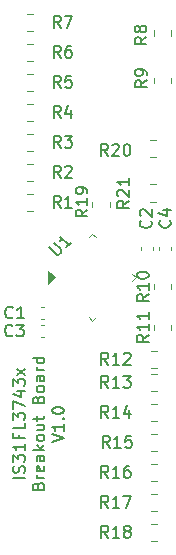
<source format=gto>
G04 #@! TF.GenerationSoftware,KiCad,Pcbnew,(5.1.10)-1*
G04 #@! TF.CreationDate,2021-11-30T10:17:24+10:00*
G04 #@! TF.ProjectId,IS31FL3743x_Breakout,49533331-464c-4333-9734-33785f427265,rev?*
G04 #@! TF.SameCoordinates,Original*
G04 #@! TF.FileFunction,Legend,Top*
G04 #@! TF.FilePolarity,Positive*
%FSLAX46Y46*%
G04 Gerber Fmt 4.6, Leading zero omitted, Abs format (unit mm)*
G04 Created by KiCad (PCBNEW (5.1.10)-1) date 2021-11-30 10:17:24*
%MOMM*%
%LPD*%
G01*
G04 APERTURE LIST*
%ADD10C,0.150000*%
%ADD11C,0.120000*%
%ADD12C,0.100000*%
%ADD13C,3.400000*%
%ADD14O,1.700000X1.700000*%
G04 APERTURE END LIST*
D10*
X94312380Y-116971428D02*
X93312380Y-116971428D01*
X94264761Y-116542857D02*
X94312380Y-116400000D01*
X94312380Y-116161904D01*
X94264761Y-116066666D01*
X94217142Y-116019047D01*
X94121904Y-115971428D01*
X94026666Y-115971428D01*
X93931428Y-116019047D01*
X93883809Y-116066666D01*
X93836190Y-116161904D01*
X93788571Y-116352380D01*
X93740952Y-116447619D01*
X93693333Y-116495238D01*
X93598095Y-116542857D01*
X93502857Y-116542857D01*
X93407619Y-116495238D01*
X93360000Y-116447619D01*
X93312380Y-116352380D01*
X93312380Y-116114285D01*
X93360000Y-115971428D01*
X93312380Y-115638095D02*
X93312380Y-115019047D01*
X93693333Y-115352380D01*
X93693333Y-115209523D01*
X93740952Y-115114285D01*
X93788571Y-115066666D01*
X93883809Y-115019047D01*
X94121904Y-115019047D01*
X94217142Y-115066666D01*
X94264761Y-115114285D01*
X94312380Y-115209523D01*
X94312380Y-115495238D01*
X94264761Y-115590476D01*
X94217142Y-115638095D01*
X94312380Y-114066666D02*
X94312380Y-114638095D01*
X94312380Y-114352380D02*
X93312380Y-114352380D01*
X93455238Y-114447619D01*
X93550476Y-114542857D01*
X93598095Y-114638095D01*
X93788571Y-113304761D02*
X93788571Y-113638095D01*
X94312380Y-113638095D02*
X93312380Y-113638095D01*
X93312380Y-113161904D01*
X94312380Y-112304761D02*
X94312380Y-112780952D01*
X93312380Y-112780952D01*
X93312380Y-112066666D02*
X93312380Y-111447619D01*
X93693333Y-111780952D01*
X93693333Y-111638095D01*
X93740952Y-111542857D01*
X93788571Y-111495238D01*
X93883809Y-111447619D01*
X94121904Y-111447619D01*
X94217142Y-111495238D01*
X94264761Y-111542857D01*
X94312380Y-111638095D01*
X94312380Y-111923809D01*
X94264761Y-112019047D01*
X94217142Y-112066666D01*
X93312380Y-111114285D02*
X93312380Y-110447619D01*
X94312380Y-110876190D01*
X93645714Y-109638095D02*
X94312380Y-109638095D01*
X93264761Y-109876190D02*
X93979047Y-110114285D01*
X93979047Y-109495238D01*
X93312380Y-109209523D02*
X93312380Y-108590476D01*
X93693333Y-108923809D01*
X93693333Y-108780952D01*
X93740952Y-108685714D01*
X93788571Y-108638095D01*
X93883809Y-108590476D01*
X94121904Y-108590476D01*
X94217142Y-108638095D01*
X94264761Y-108685714D01*
X94312380Y-108780952D01*
X94312380Y-109066666D01*
X94264761Y-109161904D01*
X94217142Y-109209523D01*
X94312380Y-108257142D02*
X93645714Y-107733333D01*
X93645714Y-108257142D02*
X94312380Y-107733333D01*
X95438571Y-117661904D02*
X95486190Y-117519047D01*
X95533809Y-117471428D01*
X95629047Y-117423809D01*
X95771904Y-117423809D01*
X95867142Y-117471428D01*
X95914761Y-117519047D01*
X95962380Y-117614285D01*
X95962380Y-117995238D01*
X94962380Y-117995238D01*
X94962380Y-117661904D01*
X95010000Y-117566666D01*
X95057619Y-117519047D01*
X95152857Y-117471428D01*
X95248095Y-117471428D01*
X95343333Y-117519047D01*
X95390952Y-117566666D01*
X95438571Y-117661904D01*
X95438571Y-117995238D01*
X95962380Y-116995238D02*
X95295714Y-116995238D01*
X95486190Y-116995238D02*
X95390952Y-116947619D01*
X95343333Y-116900000D01*
X95295714Y-116804761D01*
X95295714Y-116709523D01*
X95914761Y-115995238D02*
X95962380Y-116090476D01*
X95962380Y-116280952D01*
X95914761Y-116376190D01*
X95819523Y-116423809D01*
X95438571Y-116423809D01*
X95343333Y-116376190D01*
X95295714Y-116280952D01*
X95295714Y-116090476D01*
X95343333Y-115995238D01*
X95438571Y-115947619D01*
X95533809Y-115947619D01*
X95629047Y-116423809D01*
X95962380Y-115090476D02*
X95438571Y-115090476D01*
X95343333Y-115138095D01*
X95295714Y-115233333D01*
X95295714Y-115423809D01*
X95343333Y-115519047D01*
X95914761Y-115090476D02*
X95962380Y-115185714D01*
X95962380Y-115423809D01*
X95914761Y-115519047D01*
X95819523Y-115566666D01*
X95724285Y-115566666D01*
X95629047Y-115519047D01*
X95581428Y-115423809D01*
X95581428Y-115185714D01*
X95533809Y-115090476D01*
X95962380Y-114614285D02*
X94962380Y-114614285D01*
X95581428Y-114519047D02*
X95962380Y-114233333D01*
X95295714Y-114233333D02*
X95676666Y-114614285D01*
X95962380Y-113661904D02*
X95914761Y-113757142D01*
X95867142Y-113804761D01*
X95771904Y-113852380D01*
X95486190Y-113852380D01*
X95390952Y-113804761D01*
X95343333Y-113757142D01*
X95295714Y-113661904D01*
X95295714Y-113519047D01*
X95343333Y-113423809D01*
X95390952Y-113376190D01*
X95486190Y-113328571D01*
X95771904Y-113328571D01*
X95867142Y-113376190D01*
X95914761Y-113423809D01*
X95962380Y-113519047D01*
X95962380Y-113661904D01*
X95295714Y-112471428D02*
X95962380Y-112471428D01*
X95295714Y-112900000D02*
X95819523Y-112900000D01*
X95914761Y-112852380D01*
X95962380Y-112757142D01*
X95962380Y-112614285D01*
X95914761Y-112519047D01*
X95867142Y-112471428D01*
X95295714Y-112138095D02*
X95295714Y-111757142D01*
X94962380Y-111995238D02*
X95819523Y-111995238D01*
X95914761Y-111947619D01*
X95962380Y-111852380D01*
X95962380Y-111757142D01*
X95438571Y-110328571D02*
X95486190Y-110185714D01*
X95533809Y-110138095D01*
X95629047Y-110090476D01*
X95771904Y-110090476D01*
X95867142Y-110138095D01*
X95914761Y-110185714D01*
X95962380Y-110280952D01*
X95962380Y-110661904D01*
X94962380Y-110661904D01*
X94962380Y-110328571D01*
X95010000Y-110233333D01*
X95057619Y-110185714D01*
X95152857Y-110138095D01*
X95248095Y-110138095D01*
X95343333Y-110185714D01*
X95390952Y-110233333D01*
X95438571Y-110328571D01*
X95438571Y-110661904D01*
X95962380Y-109519047D02*
X95914761Y-109614285D01*
X95867142Y-109661904D01*
X95771904Y-109709523D01*
X95486190Y-109709523D01*
X95390952Y-109661904D01*
X95343333Y-109614285D01*
X95295714Y-109519047D01*
X95295714Y-109376190D01*
X95343333Y-109280952D01*
X95390952Y-109233333D01*
X95486190Y-109185714D01*
X95771904Y-109185714D01*
X95867142Y-109233333D01*
X95914761Y-109280952D01*
X95962380Y-109376190D01*
X95962380Y-109519047D01*
X95962380Y-108328571D02*
X95438571Y-108328571D01*
X95343333Y-108376190D01*
X95295714Y-108471428D01*
X95295714Y-108661904D01*
X95343333Y-108757142D01*
X95914761Y-108328571D02*
X95962380Y-108423809D01*
X95962380Y-108661904D01*
X95914761Y-108757142D01*
X95819523Y-108804761D01*
X95724285Y-108804761D01*
X95629047Y-108757142D01*
X95581428Y-108661904D01*
X95581428Y-108423809D01*
X95533809Y-108328571D01*
X95962380Y-107852380D02*
X95295714Y-107852380D01*
X95486190Y-107852380D02*
X95390952Y-107804761D01*
X95343333Y-107757142D01*
X95295714Y-107661904D01*
X95295714Y-107566666D01*
X95962380Y-106804761D02*
X94962380Y-106804761D01*
X95914761Y-106804761D02*
X95962380Y-106900000D01*
X95962380Y-107090476D01*
X95914761Y-107185714D01*
X95867142Y-107233333D01*
X95771904Y-107280952D01*
X95486190Y-107280952D01*
X95390952Y-107233333D01*
X95343333Y-107185714D01*
X95295714Y-107090476D01*
X95295714Y-106900000D01*
X95343333Y-106804761D01*
X96612380Y-113923809D02*
X97612380Y-113590476D01*
X96612380Y-113257142D01*
X97612380Y-112400000D02*
X97612380Y-112971428D01*
X97612380Y-112685714D02*
X96612380Y-112685714D01*
X96755238Y-112780952D01*
X96850476Y-112876190D01*
X96898095Y-112971428D01*
X97517142Y-111971428D02*
X97564761Y-111923809D01*
X97612380Y-111971428D01*
X97564761Y-112019047D01*
X97517142Y-111971428D01*
X97612380Y-111971428D01*
X96612380Y-111304761D02*
X96612380Y-111209523D01*
X96660000Y-111114285D01*
X96707619Y-111066666D01*
X96802857Y-111019047D01*
X96993333Y-110971428D01*
X97231428Y-110971428D01*
X97421904Y-111019047D01*
X97517142Y-111066666D01*
X97564761Y-111114285D01*
X97612380Y-111209523D01*
X97612380Y-111304761D01*
X97564761Y-111400000D01*
X97517142Y-111447619D01*
X97421904Y-111495238D01*
X97231428Y-111542857D01*
X96993333Y-111542857D01*
X96802857Y-111495238D01*
X96707619Y-111447619D01*
X96660000Y-111400000D01*
X96612380Y-111304761D01*
D11*
X103691097Y-100000000D02*
X103390577Y-99699480D01*
X103390577Y-100300520D02*
X103691097Y-100000000D01*
X100000000Y-103691097D02*
X99699480Y-103390577D01*
X100300520Y-103390577D02*
X100000000Y-103691097D01*
X100000000Y-96308903D02*
X100300520Y-96609423D01*
X99699480Y-96609423D02*
X100000000Y-96308903D01*
D12*
G36*
X96874588Y-100000000D02*
G01*
X96308903Y-100565685D01*
X96308903Y-99434315D01*
X96874588Y-100000000D01*
G37*
X96874588Y-100000000D02*
X96308903Y-100565685D01*
X96308903Y-99434315D01*
X96874588Y-100000000D01*
D11*
X105377064Y-93605000D02*
X104922936Y-93605000D01*
X105377064Y-92135000D02*
X104922936Y-92135000D01*
X105377064Y-89835000D02*
X104922936Y-89835000D01*
X105377064Y-88365000D02*
X104922936Y-88365000D01*
X101495000Y-93612936D02*
X101495000Y-94067064D01*
X100025000Y-93612936D02*
X100025000Y-94067064D01*
X105477064Y-122325000D02*
X105022936Y-122325000D01*
X105477064Y-120855000D02*
X105022936Y-120855000D01*
X105477064Y-119785000D02*
X105022936Y-119785000D01*
X105477064Y-118315000D02*
X105022936Y-118315000D01*
X105477064Y-117245000D02*
X105022936Y-117245000D01*
X105477064Y-115775000D02*
X105022936Y-115775000D01*
X105477064Y-114705000D02*
X105022936Y-114705000D01*
X105477064Y-113235000D02*
X105022936Y-113235000D01*
X105477064Y-112165000D02*
X105022936Y-112165000D01*
X105477064Y-110695000D02*
X105022936Y-110695000D01*
X105477064Y-109635000D02*
X105022936Y-109635000D01*
X105477064Y-108165000D02*
X105022936Y-108165000D01*
X105477064Y-107665000D02*
X105022936Y-107665000D01*
X105477064Y-106195000D02*
X105022936Y-106195000D01*
X105245000Y-104457064D02*
X105245000Y-104002936D01*
X106715000Y-104457064D02*
X106715000Y-104002936D01*
X105245000Y-101017064D02*
X105245000Y-100562936D01*
X106715000Y-101017064D02*
X106715000Y-100562936D01*
X106715000Y-83112936D02*
X106715000Y-83567064D01*
X105245000Y-83112936D02*
X105245000Y-83567064D01*
X106715000Y-79092936D02*
X106715000Y-79547064D01*
X105245000Y-79092936D02*
X105245000Y-79547064D01*
X94522936Y-77675000D02*
X94977064Y-77675000D01*
X94522936Y-79145000D02*
X94977064Y-79145000D01*
X94522936Y-80215000D02*
X94977064Y-80215000D01*
X94522936Y-81685000D02*
X94977064Y-81685000D01*
X94522936Y-82755000D02*
X94977064Y-82755000D01*
X94522936Y-84225000D02*
X94977064Y-84225000D01*
X94522936Y-85295000D02*
X94977064Y-85295000D01*
X94522936Y-86765000D02*
X94977064Y-86765000D01*
X94522936Y-87835000D02*
X94977064Y-87835000D01*
X94522936Y-89305000D02*
X94977064Y-89305000D01*
X94522936Y-90375000D02*
X94977064Y-90375000D01*
X94522936Y-91845000D02*
X94977064Y-91845000D01*
X94522936Y-92915000D02*
X94977064Y-92915000D01*
X94522936Y-94385000D02*
X94977064Y-94385000D01*
X105640000Y-97680580D02*
X105640000Y-97399420D01*
X106660000Y-97680580D02*
X106660000Y-97399420D01*
X95970580Y-105060000D02*
X95689420Y-105060000D01*
X95970580Y-104040000D02*
X95689420Y-104040000D01*
X104110000Y-97670580D02*
X104110000Y-97389420D01*
X105130000Y-97670580D02*
X105130000Y-97389420D01*
X95970580Y-103530000D02*
X95689420Y-103530000D01*
X95970580Y-102510000D02*
X95689420Y-102510000D01*
D10*
X96387020Y-97464516D02*
X96959440Y-98036936D01*
X97060455Y-98070608D01*
X97127799Y-98070608D01*
X97228814Y-98036936D01*
X97363501Y-97902249D01*
X97397173Y-97801234D01*
X97397173Y-97733890D01*
X97363501Y-97632875D01*
X96791081Y-97060455D01*
X98205295Y-97060455D02*
X97801234Y-97464516D01*
X98003264Y-97262486D02*
X97296158Y-96555379D01*
X97329829Y-96723738D01*
X97329829Y-96858425D01*
X97296158Y-96959440D01*
X103132380Y-93522857D02*
X102656190Y-93856190D01*
X103132380Y-94094285D02*
X102132380Y-94094285D01*
X102132380Y-93713333D01*
X102180000Y-93618095D01*
X102227619Y-93570476D01*
X102322857Y-93522857D01*
X102465714Y-93522857D01*
X102560952Y-93570476D01*
X102608571Y-93618095D01*
X102656190Y-93713333D01*
X102656190Y-94094285D01*
X102227619Y-93141904D02*
X102180000Y-93094285D01*
X102132380Y-92999047D01*
X102132380Y-92760952D01*
X102180000Y-92665714D01*
X102227619Y-92618095D01*
X102322857Y-92570476D01*
X102418095Y-92570476D01*
X102560952Y-92618095D01*
X103132380Y-93189523D01*
X103132380Y-92570476D01*
X103132380Y-91618095D02*
X103132380Y-92189523D01*
X103132380Y-91903809D02*
X102132380Y-91903809D01*
X102275238Y-91999047D01*
X102370476Y-92094285D01*
X102418095Y-92189523D01*
X101327142Y-89712380D02*
X100993809Y-89236190D01*
X100755714Y-89712380D02*
X100755714Y-88712380D01*
X101136666Y-88712380D01*
X101231904Y-88760000D01*
X101279523Y-88807619D01*
X101327142Y-88902857D01*
X101327142Y-89045714D01*
X101279523Y-89140952D01*
X101231904Y-89188571D01*
X101136666Y-89236190D01*
X100755714Y-89236190D01*
X101708095Y-88807619D02*
X101755714Y-88760000D01*
X101850952Y-88712380D01*
X102089047Y-88712380D01*
X102184285Y-88760000D01*
X102231904Y-88807619D01*
X102279523Y-88902857D01*
X102279523Y-88998095D01*
X102231904Y-89140952D01*
X101660476Y-89712380D01*
X102279523Y-89712380D01*
X102898571Y-88712380D02*
X102993809Y-88712380D01*
X103089047Y-88760000D01*
X103136666Y-88807619D01*
X103184285Y-88902857D01*
X103231904Y-89093333D01*
X103231904Y-89331428D01*
X103184285Y-89521904D01*
X103136666Y-89617142D01*
X103089047Y-89664761D01*
X102993809Y-89712380D01*
X102898571Y-89712380D01*
X102803333Y-89664761D01*
X102755714Y-89617142D01*
X102708095Y-89521904D01*
X102660476Y-89331428D01*
X102660476Y-89093333D01*
X102708095Y-88902857D01*
X102755714Y-88807619D01*
X102803333Y-88760000D01*
X102898571Y-88712380D01*
X99602380Y-94272857D02*
X99126190Y-94606190D01*
X99602380Y-94844285D02*
X98602380Y-94844285D01*
X98602380Y-94463333D01*
X98650000Y-94368095D01*
X98697619Y-94320476D01*
X98792857Y-94272857D01*
X98935714Y-94272857D01*
X99030952Y-94320476D01*
X99078571Y-94368095D01*
X99126190Y-94463333D01*
X99126190Y-94844285D01*
X99602380Y-93320476D02*
X99602380Y-93891904D01*
X99602380Y-93606190D02*
X98602380Y-93606190D01*
X98745238Y-93701428D01*
X98840476Y-93796666D01*
X98888095Y-93891904D01*
X99602380Y-92844285D02*
X99602380Y-92653809D01*
X99554761Y-92558571D01*
X99507142Y-92510952D01*
X99364285Y-92415714D01*
X99173809Y-92368095D01*
X98792857Y-92368095D01*
X98697619Y-92415714D01*
X98650000Y-92463333D01*
X98602380Y-92558571D01*
X98602380Y-92749047D01*
X98650000Y-92844285D01*
X98697619Y-92891904D01*
X98792857Y-92939523D01*
X99030952Y-92939523D01*
X99126190Y-92891904D01*
X99173809Y-92844285D01*
X99221428Y-92749047D01*
X99221428Y-92558571D01*
X99173809Y-92463333D01*
X99126190Y-92415714D01*
X99030952Y-92368095D01*
X101357142Y-122042380D02*
X101023809Y-121566190D01*
X100785714Y-122042380D02*
X100785714Y-121042380D01*
X101166666Y-121042380D01*
X101261904Y-121090000D01*
X101309523Y-121137619D01*
X101357142Y-121232857D01*
X101357142Y-121375714D01*
X101309523Y-121470952D01*
X101261904Y-121518571D01*
X101166666Y-121566190D01*
X100785714Y-121566190D01*
X102309523Y-122042380D02*
X101738095Y-122042380D01*
X102023809Y-122042380D02*
X102023809Y-121042380D01*
X101928571Y-121185238D01*
X101833333Y-121280476D01*
X101738095Y-121328095D01*
X102880952Y-121470952D02*
X102785714Y-121423333D01*
X102738095Y-121375714D01*
X102690476Y-121280476D01*
X102690476Y-121232857D01*
X102738095Y-121137619D01*
X102785714Y-121090000D01*
X102880952Y-121042380D01*
X103071428Y-121042380D01*
X103166666Y-121090000D01*
X103214285Y-121137619D01*
X103261904Y-121232857D01*
X103261904Y-121280476D01*
X103214285Y-121375714D01*
X103166666Y-121423333D01*
X103071428Y-121470952D01*
X102880952Y-121470952D01*
X102785714Y-121518571D01*
X102738095Y-121566190D01*
X102690476Y-121661428D01*
X102690476Y-121851904D01*
X102738095Y-121947142D01*
X102785714Y-121994761D01*
X102880952Y-122042380D01*
X103071428Y-122042380D01*
X103166666Y-121994761D01*
X103214285Y-121947142D01*
X103261904Y-121851904D01*
X103261904Y-121661428D01*
X103214285Y-121566190D01*
X103166666Y-121518571D01*
X103071428Y-121470952D01*
X101357142Y-119502380D02*
X101023809Y-119026190D01*
X100785714Y-119502380D02*
X100785714Y-118502380D01*
X101166666Y-118502380D01*
X101261904Y-118550000D01*
X101309523Y-118597619D01*
X101357142Y-118692857D01*
X101357142Y-118835714D01*
X101309523Y-118930952D01*
X101261904Y-118978571D01*
X101166666Y-119026190D01*
X100785714Y-119026190D01*
X102309523Y-119502380D02*
X101738095Y-119502380D01*
X102023809Y-119502380D02*
X102023809Y-118502380D01*
X101928571Y-118645238D01*
X101833333Y-118740476D01*
X101738095Y-118788095D01*
X102642857Y-118502380D02*
X103309523Y-118502380D01*
X102880952Y-119502380D01*
X101357142Y-116962380D02*
X101023809Y-116486190D01*
X100785714Y-116962380D02*
X100785714Y-115962380D01*
X101166666Y-115962380D01*
X101261904Y-116010000D01*
X101309523Y-116057619D01*
X101357142Y-116152857D01*
X101357142Y-116295714D01*
X101309523Y-116390952D01*
X101261904Y-116438571D01*
X101166666Y-116486190D01*
X100785714Y-116486190D01*
X102309523Y-116962380D02*
X101738095Y-116962380D01*
X102023809Y-116962380D02*
X102023809Y-115962380D01*
X101928571Y-116105238D01*
X101833333Y-116200476D01*
X101738095Y-116248095D01*
X103166666Y-115962380D02*
X102976190Y-115962380D01*
X102880952Y-116010000D01*
X102833333Y-116057619D01*
X102738095Y-116200476D01*
X102690476Y-116390952D01*
X102690476Y-116771904D01*
X102738095Y-116867142D01*
X102785714Y-116914761D01*
X102880952Y-116962380D01*
X103071428Y-116962380D01*
X103166666Y-116914761D01*
X103214285Y-116867142D01*
X103261904Y-116771904D01*
X103261904Y-116533809D01*
X103214285Y-116438571D01*
X103166666Y-116390952D01*
X103071428Y-116343333D01*
X102880952Y-116343333D01*
X102785714Y-116390952D01*
X102738095Y-116438571D01*
X102690476Y-116533809D01*
X101477142Y-114422380D02*
X101143809Y-113946190D01*
X100905714Y-114422380D02*
X100905714Y-113422380D01*
X101286666Y-113422380D01*
X101381904Y-113470000D01*
X101429523Y-113517619D01*
X101477142Y-113612857D01*
X101477142Y-113755714D01*
X101429523Y-113850952D01*
X101381904Y-113898571D01*
X101286666Y-113946190D01*
X100905714Y-113946190D01*
X102429523Y-114422380D02*
X101858095Y-114422380D01*
X102143809Y-114422380D02*
X102143809Y-113422380D01*
X102048571Y-113565238D01*
X101953333Y-113660476D01*
X101858095Y-113708095D01*
X103334285Y-113422380D02*
X102858095Y-113422380D01*
X102810476Y-113898571D01*
X102858095Y-113850952D01*
X102953333Y-113803333D01*
X103191428Y-113803333D01*
X103286666Y-113850952D01*
X103334285Y-113898571D01*
X103381904Y-113993809D01*
X103381904Y-114231904D01*
X103334285Y-114327142D01*
X103286666Y-114374761D01*
X103191428Y-114422380D01*
X102953333Y-114422380D01*
X102858095Y-114374761D01*
X102810476Y-114327142D01*
X101357142Y-111882380D02*
X101023809Y-111406190D01*
X100785714Y-111882380D02*
X100785714Y-110882380D01*
X101166666Y-110882380D01*
X101261904Y-110930000D01*
X101309523Y-110977619D01*
X101357142Y-111072857D01*
X101357142Y-111215714D01*
X101309523Y-111310952D01*
X101261904Y-111358571D01*
X101166666Y-111406190D01*
X100785714Y-111406190D01*
X102309523Y-111882380D02*
X101738095Y-111882380D01*
X102023809Y-111882380D02*
X102023809Y-110882380D01*
X101928571Y-111025238D01*
X101833333Y-111120476D01*
X101738095Y-111168095D01*
X103166666Y-111215714D02*
X103166666Y-111882380D01*
X102928571Y-110834761D02*
X102690476Y-111549047D01*
X103309523Y-111549047D01*
X101357142Y-109342380D02*
X101023809Y-108866190D01*
X100785714Y-109342380D02*
X100785714Y-108342380D01*
X101166666Y-108342380D01*
X101261904Y-108390000D01*
X101309523Y-108437619D01*
X101357142Y-108532857D01*
X101357142Y-108675714D01*
X101309523Y-108770952D01*
X101261904Y-108818571D01*
X101166666Y-108866190D01*
X100785714Y-108866190D01*
X102309523Y-109342380D02*
X101738095Y-109342380D01*
X102023809Y-109342380D02*
X102023809Y-108342380D01*
X101928571Y-108485238D01*
X101833333Y-108580476D01*
X101738095Y-108628095D01*
X102642857Y-108342380D02*
X103261904Y-108342380D01*
X102928571Y-108723333D01*
X103071428Y-108723333D01*
X103166666Y-108770952D01*
X103214285Y-108818571D01*
X103261904Y-108913809D01*
X103261904Y-109151904D01*
X103214285Y-109247142D01*
X103166666Y-109294761D01*
X103071428Y-109342380D01*
X102785714Y-109342380D01*
X102690476Y-109294761D01*
X102642857Y-109247142D01*
X101357142Y-107382380D02*
X101023809Y-106906190D01*
X100785714Y-107382380D02*
X100785714Y-106382380D01*
X101166666Y-106382380D01*
X101261904Y-106430000D01*
X101309523Y-106477619D01*
X101357142Y-106572857D01*
X101357142Y-106715714D01*
X101309523Y-106810952D01*
X101261904Y-106858571D01*
X101166666Y-106906190D01*
X100785714Y-106906190D01*
X102309523Y-107382380D02*
X101738095Y-107382380D01*
X102023809Y-107382380D02*
X102023809Y-106382380D01*
X101928571Y-106525238D01*
X101833333Y-106620476D01*
X101738095Y-106668095D01*
X102690476Y-106477619D02*
X102738095Y-106430000D01*
X102833333Y-106382380D01*
X103071428Y-106382380D01*
X103166666Y-106430000D01*
X103214285Y-106477619D01*
X103261904Y-106572857D01*
X103261904Y-106668095D01*
X103214285Y-106810952D01*
X102642857Y-107382380D01*
X103261904Y-107382380D01*
X104782380Y-104872857D02*
X104306190Y-105206190D01*
X104782380Y-105444285D02*
X103782380Y-105444285D01*
X103782380Y-105063333D01*
X103830000Y-104968095D01*
X103877619Y-104920476D01*
X103972857Y-104872857D01*
X104115714Y-104872857D01*
X104210952Y-104920476D01*
X104258571Y-104968095D01*
X104306190Y-105063333D01*
X104306190Y-105444285D01*
X104782380Y-103920476D02*
X104782380Y-104491904D01*
X104782380Y-104206190D02*
X103782380Y-104206190D01*
X103925238Y-104301428D01*
X104020476Y-104396666D01*
X104068095Y-104491904D01*
X104782380Y-102968095D02*
X104782380Y-103539523D01*
X104782380Y-103253809D02*
X103782380Y-103253809D01*
X103925238Y-103349047D01*
X104020476Y-103444285D01*
X104068095Y-103539523D01*
X104782380Y-101432857D02*
X104306190Y-101766190D01*
X104782380Y-102004285D02*
X103782380Y-102004285D01*
X103782380Y-101623333D01*
X103830000Y-101528095D01*
X103877619Y-101480476D01*
X103972857Y-101432857D01*
X104115714Y-101432857D01*
X104210952Y-101480476D01*
X104258571Y-101528095D01*
X104306190Y-101623333D01*
X104306190Y-102004285D01*
X104782380Y-100480476D02*
X104782380Y-101051904D01*
X104782380Y-100766190D02*
X103782380Y-100766190D01*
X103925238Y-100861428D01*
X104020476Y-100956666D01*
X104068095Y-101051904D01*
X103782380Y-99861428D02*
X103782380Y-99766190D01*
X103830000Y-99670952D01*
X103877619Y-99623333D01*
X103972857Y-99575714D01*
X104163333Y-99528095D01*
X104401428Y-99528095D01*
X104591904Y-99575714D01*
X104687142Y-99623333D01*
X104734761Y-99670952D01*
X104782380Y-99766190D01*
X104782380Y-99861428D01*
X104734761Y-99956666D01*
X104687142Y-100004285D01*
X104591904Y-100051904D01*
X104401428Y-100099523D01*
X104163333Y-100099523D01*
X103972857Y-100051904D01*
X103877619Y-100004285D01*
X103830000Y-99956666D01*
X103782380Y-99861428D01*
X104652380Y-83326666D02*
X104176190Y-83660000D01*
X104652380Y-83898095D02*
X103652380Y-83898095D01*
X103652380Y-83517142D01*
X103700000Y-83421904D01*
X103747619Y-83374285D01*
X103842857Y-83326666D01*
X103985714Y-83326666D01*
X104080952Y-83374285D01*
X104128571Y-83421904D01*
X104176190Y-83517142D01*
X104176190Y-83898095D01*
X104652380Y-82850476D02*
X104652380Y-82660000D01*
X104604761Y-82564761D01*
X104557142Y-82517142D01*
X104414285Y-82421904D01*
X104223809Y-82374285D01*
X103842857Y-82374285D01*
X103747619Y-82421904D01*
X103700000Y-82469523D01*
X103652380Y-82564761D01*
X103652380Y-82755238D01*
X103700000Y-82850476D01*
X103747619Y-82898095D01*
X103842857Y-82945714D01*
X104080952Y-82945714D01*
X104176190Y-82898095D01*
X104223809Y-82850476D01*
X104271428Y-82755238D01*
X104271428Y-82564761D01*
X104223809Y-82469523D01*
X104176190Y-82421904D01*
X104080952Y-82374285D01*
X104592380Y-79646666D02*
X104116190Y-79980000D01*
X104592380Y-80218095D02*
X103592380Y-80218095D01*
X103592380Y-79837142D01*
X103640000Y-79741904D01*
X103687619Y-79694285D01*
X103782857Y-79646666D01*
X103925714Y-79646666D01*
X104020952Y-79694285D01*
X104068571Y-79741904D01*
X104116190Y-79837142D01*
X104116190Y-80218095D01*
X104020952Y-79075238D02*
X103973333Y-79170476D01*
X103925714Y-79218095D01*
X103830476Y-79265714D01*
X103782857Y-79265714D01*
X103687619Y-79218095D01*
X103640000Y-79170476D01*
X103592380Y-79075238D01*
X103592380Y-78884761D01*
X103640000Y-78789523D01*
X103687619Y-78741904D01*
X103782857Y-78694285D01*
X103830476Y-78694285D01*
X103925714Y-78741904D01*
X103973333Y-78789523D01*
X104020952Y-78884761D01*
X104020952Y-79075238D01*
X104068571Y-79170476D01*
X104116190Y-79218095D01*
X104211428Y-79265714D01*
X104401904Y-79265714D01*
X104497142Y-79218095D01*
X104544761Y-79170476D01*
X104592380Y-79075238D01*
X104592380Y-78884761D01*
X104544761Y-78789523D01*
X104497142Y-78741904D01*
X104401904Y-78694285D01*
X104211428Y-78694285D01*
X104116190Y-78741904D01*
X104068571Y-78789523D01*
X104020952Y-78884761D01*
X97333333Y-78862380D02*
X97000000Y-78386190D01*
X96761904Y-78862380D02*
X96761904Y-77862380D01*
X97142857Y-77862380D01*
X97238095Y-77910000D01*
X97285714Y-77957619D01*
X97333333Y-78052857D01*
X97333333Y-78195714D01*
X97285714Y-78290952D01*
X97238095Y-78338571D01*
X97142857Y-78386190D01*
X96761904Y-78386190D01*
X97666666Y-77862380D02*
X98333333Y-77862380D01*
X97904761Y-78862380D01*
X97333333Y-81402380D02*
X97000000Y-80926190D01*
X96761904Y-81402380D02*
X96761904Y-80402380D01*
X97142857Y-80402380D01*
X97238095Y-80450000D01*
X97285714Y-80497619D01*
X97333333Y-80592857D01*
X97333333Y-80735714D01*
X97285714Y-80830952D01*
X97238095Y-80878571D01*
X97142857Y-80926190D01*
X96761904Y-80926190D01*
X98190476Y-80402380D02*
X98000000Y-80402380D01*
X97904761Y-80450000D01*
X97857142Y-80497619D01*
X97761904Y-80640476D01*
X97714285Y-80830952D01*
X97714285Y-81211904D01*
X97761904Y-81307142D01*
X97809523Y-81354761D01*
X97904761Y-81402380D01*
X98095238Y-81402380D01*
X98190476Y-81354761D01*
X98238095Y-81307142D01*
X98285714Y-81211904D01*
X98285714Y-80973809D01*
X98238095Y-80878571D01*
X98190476Y-80830952D01*
X98095238Y-80783333D01*
X97904761Y-80783333D01*
X97809523Y-80830952D01*
X97761904Y-80878571D01*
X97714285Y-80973809D01*
X97333333Y-83942380D02*
X97000000Y-83466190D01*
X96761904Y-83942380D02*
X96761904Y-82942380D01*
X97142857Y-82942380D01*
X97238095Y-82990000D01*
X97285714Y-83037619D01*
X97333333Y-83132857D01*
X97333333Y-83275714D01*
X97285714Y-83370952D01*
X97238095Y-83418571D01*
X97142857Y-83466190D01*
X96761904Y-83466190D01*
X98238095Y-82942380D02*
X97761904Y-82942380D01*
X97714285Y-83418571D01*
X97761904Y-83370952D01*
X97857142Y-83323333D01*
X98095238Y-83323333D01*
X98190476Y-83370952D01*
X98238095Y-83418571D01*
X98285714Y-83513809D01*
X98285714Y-83751904D01*
X98238095Y-83847142D01*
X98190476Y-83894761D01*
X98095238Y-83942380D01*
X97857142Y-83942380D01*
X97761904Y-83894761D01*
X97714285Y-83847142D01*
X97333333Y-86482380D02*
X97000000Y-86006190D01*
X96761904Y-86482380D02*
X96761904Y-85482380D01*
X97142857Y-85482380D01*
X97238095Y-85530000D01*
X97285714Y-85577619D01*
X97333333Y-85672857D01*
X97333333Y-85815714D01*
X97285714Y-85910952D01*
X97238095Y-85958571D01*
X97142857Y-86006190D01*
X96761904Y-86006190D01*
X98190476Y-85815714D02*
X98190476Y-86482380D01*
X97952380Y-85434761D02*
X97714285Y-86149047D01*
X98333333Y-86149047D01*
X97333333Y-89022380D02*
X97000000Y-88546190D01*
X96761904Y-89022380D02*
X96761904Y-88022380D01*
X97142857Y-88022380D01*
X97238095Y-88070000D01*
X97285714Y-88117619D01*
X97333333Y-88212857D01*
X97333333Y-88355714D01*
X97285714Y-88450952D01*
X97238095Y-88498571D01*
X97142857Y-88546190D01*
X96761904Y-88546190D01*
X97666666Y-88022380D02*
X98285714Y-88022380D01*
X97952380Y-88403333D01*
X98095238Y-88403333D01*
X98190476Y-88450952D01*
X98238095Y-88498571D01*
X98285714Y-88593809D01*
X98285714Y-88831904D01*
X98238095Y-88927142D01*
X98190476Y-88974761D01*
X98095238Y-89022380D01*
X97809523Y-89022380D01*
X97714285Y-88974761D01*
X97666666Y-88927142D01*
X97333333Y-91562380D02*
X97000000Y-91086190D01*
X96761904Y-91562380D02*
X96761904Y-90562380D01*
X97142857Y-90562380D01*
X97238095Y-90610000D01*
X97285714Y-90657619D01*
X97333333Y-90752857D01*
X97333333Y-90895714D01*
X97285714Y-90990952D01*
X97238095Y-91038571D01*
X97142857Y-91086190D01*
X96761904Y-91086190D01*
X97714285Y-90657619D02*
X97761904Y-90610000D01*
X97857142Y-90562380D01*
X98095238Y-90562380D01*
X98190476Y-90610000D01*
X98238095Y-90657619D01*
X98285714Y-90752857D01*
X98285714Y-90848095D01*
X98238095Y-90990952D01*
X97666666Y-91562380D01*
X98285714Y-91562380D01*
X97333333Y-94102380D02*
X97000000Y-93626190D01*
X96761904Y-94102380D02*
X96761904Y-93102380D01*
X97142857Y-93102380D01*
X97238095Y-93150000D01*
X97285714Y-93197619D01*
X97333333Y-93292857D01*
X97333333Y-93435714D01*
X97285714Y-93530952D01*
X97238095Y-93578571D01*
X97142857Y-93626190D01*
X96761904Y-93626190D01*
X98285714Y-94102380D02*
X97714285Y-94102380D01*
X98000000Y-94102380D02*
X98000000Y-93102380D01*
X97904761Y-93245238D01*
X97809523Y-93340476D01*
X97714285Y-93388095D01*
X106567142Y-95166666D02*
X106614761Y-95214285D01*
X106662380Y-95357142D01*
X106662380Y-95452380D01*
X106614761Y-95595238D01*
X106519523Y-95690476D01*
X106424285Y-95738095D01*
X106233809Y-95785714D01*
X106090952Y-95785714D01*
X105900476Y-95738095D01*
X105805238Y-95690476D01*
X105710000Y-95595238D01*
X105662380Y-95452380D01*
X105662380Y-95357142D01*
X105710000Y-95214285D01*
X105757619Y-95166666D01*
X105995714Y-94309523D02*
X106662380Y-94309523D01*
X105614761Y-94547619D02*
X106329047Y-94785714D01*
X106329047Y-94166666D01*
X93253333Y-104907142D02*
X93205714Y-104954761D01*
X93062857Y-105002380D01*
X92967619Y-105002380D01*
X92824761Y-104954761D01*
X92729523Y-104859523D01*
X92681904Y-104764285D01*
X92634285Y-104573809D01*
X92634285Y-104430952D01*
X92681904Y-104240476D01*
X92729523Y-104145238D01*
X92824761Y-104050000D01*
X92967619Y-104002380D01*
X93062857Y-104002380D01*
X93205714Y-104050000D01*
X93253333Y-104097619D01*
X93586666Y-104002380D02*
X94205714Y-104002380D01*
X93872380Y-104383333D01*
X94015238Y-104383333D01*
X94110476Y-104430952D01*
X94158095Y-104478571D01*
X94205714Y-104573809D01*
X94205714Y-104811904D01*
X94158095Y-104907142D01*
X94110476Y-104954761D01*
X94015238Y-105002380D01*
X93729523Y-105002380D01*
X93634285Y-104954761D01*
X93586666Y-104907142D01*
X104947142Y-95186666D02*
X104994761Y-95234285D01*
X105042380Y-95377142D01*
X105042380Y-95472380D01*
X104994761Y-95615238D01*
X104899523Y-95710476D01*
X104804285Y-95758095D01*
X104613809Y-95805714D01*
X104470952Y-95805714D01*
X104280476Y-95758095D01*
X104185238Y-95710476D01*
X104090000Y-95615238D01*
X104042380Y-95472380D01*
X104042380Y-95377142D01*
X104090000Y-95234285D01*
X104137619Y-95186666D01*
X104137619Y-94805714D02*
X104090000Y-94758095D01*
X104042380Y-94662857D01*
X104042380Y-94424761D01*
X104090000Y-94329523D01*
X104137619Y-94281904D01*
X104232857Y-94234285D01*
X104328095Y-94234285D01*
X104470952Y-94281904D01*
X105042380Y-94853333D01*
X105042380Y-94234285D01*
X93273333Y-103377142D02*
X93225714Y-103424761D01*
X93082857Y-103472380D01*
X92987619Y-103472380D01*
X92844761Y-103424761D01*
X92749523Y-103329523D01*
X92701904Y-103234285D01*
X92654285Y-103043809D01*
X92654285Y-102900952D01*
X92701904Y-102710476D01*
X92749523Y-102615238D01*
X92844761Y-102520000D01*
X92987619Y-102472380D01*
X93082857Y-102472380D01*
X93225714Y-102520000D01*
X93273333Y-102567619D01*
X94225714Y-103472380D02*
X93654285Y-103472380D01*
X93940000Y-103472380D02*
X93940000Y-102472380D01*
X93844761Y-102615238D01*
X93749523Y-102710476D01*
X93654285Y-102758095D01*
%LPC*%
D13*
X98000000Y-119000000D03*
X101000000Y-81000000D03*
D14*
X108890000Y-121590000D03*
X108890000Y-119050000D03*
X108890000Y-116510000D03*
X108890000Y-113970000D03*
X108890000Y-111430000D03*
X108890000Y-108890000D03*
X108890000Y-106350000D03*
X108890000Y-103810000D03*
X108890000Y-101270000D03*
X108890000Y-98730000D03*
X108890000Y-96190000D03*
X108890000Y-93650000D03*
X108890000Y-91110000D03*
X108890000Y-88570000D03*
X108890000Y-86030000D03*
X108890000Y-83490000D03*
X108890000Y-80950000D03*
X108890000Y-78410000D03*
X91110000Y-121590000D03*
X91110000Y-119050000D03*
X91110000Y-116510000D03*
X91110000Y-113970000D03*
X91110000Y-111430000D03*
X91110000Y-108890000D03*
X91110000Y-106350000D03*
X91110000Y-103810000D03*
X91110000Y-101270000D03*
X91110000Y-98730000D03*
X91110000Y-96190000D03*
X91110000Y-93650000D03*
X91110000Y-91110000D03*
X91110000Y-88570000D03*
X91110000Y-86030000D03*
X91110000Y-83490000D03*
X91110000Y-80950000D03*
X91110000Y-78410000D03*
D12*
G36*
X100000000Y-102404163D02*
G01*
X97595837Y-100000000D01*
X100000000Y-97595837D01*
X102404163Y-100000000D01*
X100000000Y-102404163D01*
G37*
G36*
G01*
X97165634Y-99866781D02*
X96526975Y-99228122D01*
G75*
G02*
X96526975Y-99159674I34224J34224D01*
G01*
X96614090Y-99072559D01*
G75*
G02*
X96682538Y-99072559I34224J-34224D01*
G01*
X97321197Y-99711218D01*
G75*
G02*
X97321197Y-99779666I-34224J-34224D01*
G01*
X97234082Y-99866781D01*
G75*
G02*
X97165634Y-99866781I-34224J34224D01*
G01*
G37*
G36*
G01*
X97448476Y-99583938D02*
X96809817Y-98945279D01*
G75*
G02*
X96809817Y-98876831I34224J34224D01*
G01*
X96896932Y-98789716D01*
G75*
G02*
X96965380Y-98789716I34224J-34224D01*
G01*
X97604039Y-99428375D01*
G75*
G02*
X97604039Y-99496823I-34224J-34224D01*
G01*
X97516924Y-99583938D01*
G75*
G02*
X97448476Y-99583938I-34224J34224D01*
G01*
G37*
G36*
G01*
X97731319Y-99301095D02*
X97092660Y-98662436D01*
G75*
G02*
X97092660Y-98593988I34224J34224D01*
G01*
X97179775Y-98506873D01*
G75*
G02*
X97248223Y-98506873I34224J-34224D01*
G01*
X97886882Y-99145532D01*
G75*
G02*
X97886882Y-99213980I-34224J-34224D01*
G01*
X97799767Y-99301095D01*
G75*
G02*
X97731319Y-99301095I-34224J34224D01*
G01*
G37*
G36*
G01*
X98014162Y-99018253D02*
X97375503Y-98379594D01*
G75*
G02*
X97375503Y-98311146I34224J34224D01*
G01*
X97462618Y-98224031D01*
G75*
G02*
X97531066Y-98224031I34224J-34224D01*
G01*
X98169725Y-98862690D01*
G75*
G02*
X98169725Y-98931138I-34224J-34224D01*
G01*
X98082610Y-99018253D01*
G75*
G02*
X98014162Y-99018253I-34224J34224D01*
G01*
G37*
G36*
G01*
X98297004Y-98735410D02*
X97658345Y-98096751D01*
G75*
G02*
X97658345Y-98028303I34224J34224D01*
G01*
X97745460Y-97941188D01*
G75*
G02*
X97813908Y-97941188I34224J-34224D01*
G01*
X98452567Y-98579847D01*
G75*
G02*
X98452567Y-98648295I-34224J-34224D01*
G01*
X98365452Y-98735410D01*
G75*
G02*
X98297004Y-98735410I-34224J34224D01*
G01*
G37*
G36*
G01*
X98579847Y-98452567D02*
X97941188Y-97813908D01*
G75*
G02*
X97941188Y-97745460I34224J34224D01*
G01*
X98028303Y-97658345D01*
G75*
G02*
X98096751Y-97658345I34224J-34224D01*
G01*
X98735410Y-98297004D01*
G75*
G02*
X98735410Y-98365452I-34224J-34224D01*
G01*
X98648295Y-98452567D01*
G75*
G02*
X98579847Y-98452567I-34224J34224D01*
G01*
G37*
G36*
G01*
X98862690Y-98169725D02*
X98224031Y-97531066D01*
G75*
G02*
X98224031Y-97462618I34224J34224D01*
G01*
X98311146Y-97375503D01*
G75*
G02*
X98379594Y-97375503I34224J-34224D01*
G01*
X99018253Y-98014162D01*
G75*
G02*
X99018253Y-98082610I-34224J-34224D01*
G01*
X98931138Y-98169725D01*
G75*
G02*
X98862690Y-98169725I-34224J34224D01*
G01*
G37*
G36*
G01*
X99145532Y-97886882D02*
X98506873Y-97248223D01*
G75*
G02*
X98506873Y-97179775I34224J34224D01*
G01*
X98593988Y-97092660D01*
G75*
G02*
X98662436Y-97092660I34224J-34224D01*
G01*
X99301095Y-97731319D01*
G75*
G02*
X99301095Y-97799767I-34224J-34224D01*
G01*
X99213980Y-97886882D01*
G75*
G02*
X99145532Y-97886882I-34224J34224D01*
G01*
G37*
G36*
G01*
X99428375Y-97604039D02*
X98789716Y-96965380D01*
G75*
G02*
X98789716Y-96896932I34224J34224D01*
G01*
X98876831Y-96809817D01*
G75*
G02*
X98945279Y-96809817I34224J-34224D01*
G01*
X99583938Y-97448476D01*
G75*
G02*
X99583938Y-97516924I-34224J-34224D01*
G01*
X99496823Y-97604039D01*
G75*
G02*
X99428375Y-97604039I-34224J34224D01*
G01*
G37*
G36*
G01*
X99711218Y-97321197D02*
X99072559Y-96682538D01*
G75*
G02*
X99072559Y-96614090I34224J34224D01*
G01*
X99159674Y-96526975D01*
G75*
G02*
X99228122Y-96526975I34224J-34224D01*
G01*
X99866781Y-97165634D01*
G75*
G02*
X99866781Y-97234082I-34224J-34224D01*
G01*
X99779666Y-97321197D01*
G75*
G02*
X99711218Y-97321197I-34224J34224D01*
G01*
G37*
G36*
G01*
X100220334Y-97321197D02*
X100133219Y-97234082D01*
G75*
G02*
X100133219Y-97165634I34224J34224D01*
G01*
X100771878Y-96526975D01*
G75*
G02*
X100840326Y-96526975I34224J-34224D01*
G01*
X100927441Y-96614090D01*
G75*
G02*
X100927441Y-96682538I-34224J-34224D01*
G01*
X100288782Y-97321197D01*
G75*
G02*
X100220334Y-97321197I-34224J34224D01*
G01*
G37*
G36*
G01*
X100503177Y-97604039D02*
X100416062Y-97516924D01*
G75*
G02*
X100416062Y-97448476I34224J34224D01*
G01*
X101054721Y-96809817D01*
G75*
G02*
X101123169Y-96809817I34224J-34224D01*
G01*
X101210284Y-96896932D01*
G75*
G02*
X101210284Y-96965380I-34224J-34224D01*
G01*
X100571625Y-97604039D01*
G75*
G02*
X100503177Y-97604039I-34224J34224D01*
G01*
G37*
G36*
G01*
X100786020Y-97886882D02*
X100698905Y-97799767D01*
G75*
G02*
X100698905Y-97731319I34224J34224D01*
G01*
X101337564Y-97092660D01*
G75*
G02*
X101406012Y-97092660I34224J-34224D01*
G01*
X101493127Y-97179775D01*
G75*
G02*
X101493127Y-97248223I-34224J-34224D01*
G01*
X100854468Y-97886882D01*
G75*
G02*
X100786020Y-97886882I-34224J34224D01*
G01*
G37*
G36*
G01*
X101068862Y-98169725D02*
X100981747Y-98082610D01*
G75*
G02*
X100981747Y-98014162I34224J34224D01*
G01*
X101620406Y-97375503D01*
G75*
G02*
X101688854Y-97375503I34224J-34224D01*
G01*
X101775969Y-97462618D01*
G75*
G02*
X101775969Y-97531066I-34224J-34224D01*
G01*
X101137310Y-98169725D01*
G75*
G02*
X101068862Y-98169725I-34224J34224D01*
G01*
G37*
G36*
G01*
X101351705Y-98452567D02*
X101264590Y-98365452D01*
G75*
G02*
X101264590Y-98297004I34224J34224D01*
G01*
X101903249Y-97658345D01*
G75*
G02*
X101971697Y-97658345I34224J-34224D01*
G01*
X102058812Y-97745460D01*
G75*
G02*
X102058812Y-97813908I-34224J-34224D01*
G01*
X101420153Y-98452567D01*
G75*
G02*
X101351705Y-98452567I-34224J34224D01*
G01*
G37*
G36*
G01*
X101634548Y-98735410D02*
X101547433Y-98648295D01*
G75*
G02*
X101547433Y-98579847I34224J34224D01*
G01*
X102186092Y-97941188D01*
G75*
G02*
X102254540Y-97941188I34224J-34224D01*
G01*
X102341655Y-98028303D01*
G75*
G02*
X102341655Y-98096751I-34224J-34224D01*
G01*
X101702996Y-98735410D01*
G75*
G02*
X101634548Y-98735410I-34224J34224D01*
G01*
G37*
G36*
G01*
X101917390Y-99018253D02*
X101830275Y-98931138D01*
G75*
G02*
X101830275Y-98862690I34224J34224D01*
G01*
X102468934Y-98224031D01*
G75*
G02*
X102537382Y-98224031I34224J-34224D01*
G01*
X102624497Y-98311146D01*
G75*
G02*
X102624497Y-98379594I-34224J-34224D01*
G01*
X101985838Y-99018253D01*
G75*
G02*
X101917390Y-99018253I-34224J34224D01*
G01*
G37*
G36*
G01*
X102200233Y-99301095D02*
X102113118Y-99213980D01*
G75*
G02*
X102113118Y-99145532I34224J34224D01*
G01*
X102751777Y-98506873D01*
G75*
G02*
X102820225Y-98506873I34224J-34224D01*
G01*
X102907340Y-98593988D01*
G75*
G02*
X102907340Y-98662436I-34224J-34224D01*
G01*
X102268681Y-99301095D01*
G75*
G02*
X102200233Y-99301095I-34224J34224D01*
G01*
G37*
G36*
G01*
X102483076Y-99583938D02*
X102395961Y-99496823D01*
G75*
G02*
X102395961Y-99428375I34224J34224D01*
G01*
X103034620Y-98789716D01*
G75*
G02*
X103103068Y-98789716I34224J-34224D01*
G01*
X103190183Y-98876831D01*
G75*
G02*
X103190183Y-98945279I-34224J-34224D01*
G01*
X102551524Y-99583938D01*
G75*
G02*
X102483076Y-99583938I-34224J34224D01*
G01*
G37*
G36*
G01*
X102765918Y-99866781D02*
X102678803Y-99779666D01*
G75*
G02*
X102678803Y-99711218I34224J34224D01*
G01*
X103317462Y-99072559D01*
G75*
G02*
X103385910Y-99072559I34224J-34224D01*
G01*
X103473025Y-99159674D01*
G75*
G02*
X103473025Y-99228122I-34224J-34224D01*
G01*
X102834366Y-99866781D01*
G75*
G02*
X102765918Y-99866781I-34224J34224D01*
G01*
G37*
G36*
G01*
X103317462Y-100927441D02*
X102678803Y-100288782D01*
G75*
G02*
X102678803Y-100220334I34224J34224D01*
G01*
X102765918Y-100133219D01*
G75*
G02*
X102834366Y-100133219I34224J-34224D01*
G01*
X103473025Y-100771878D01*
G75*
G02*
X103473025Y-100840326I-34224J-34224D01*
G01*
X103385910Y-100927441D01*
G75*
G02*
X103317462Y-100927441I-34224J34224D01*
G01*
G37*
G36*
G01*
X103034620Y-101210284D02*
X102395961Y-100571625D01*
G75*
G02*
X102395961Y-100503177I34224J34224D01*
G01*
X102483076Y-100416062D01*
G75*
G02*
X102551524Y-100416062I34224J-34224D01*
G01*
X103190183Y-101054721D01*
G75*
G02*
X103190183Y-101123169I-34224J-34224D01*
G01*
X103103068Y-101210284D01*
G75*
G02*
X103034620Y-101210284I-34224J34224D01*
G01*
G37*
G36*
G01*
X102751777Y-101493127D02*
X102113118Y-100854468D01*
G75*
G02*
X102113118Y-100786020I34224J34224D01*
G01*
X102200233Y-100698905D01*
G75*
G02*
X102268681Y-100698905I34224J-34224D01*
G01*
X102907340Y-101337564D01*
G75*
G02*
X102907340Y-101406012I-34224J-34224D01*
G01*
X102820225Y-101493127D01*
G75*
G02*
X102751777Y-101493127I-34224J34224D01*
G01*
G37*
G36*
G01*
X102468934Y-101775969D02*
X101830275Y-101137310D01*
G75*
G02*
X101830275Y-101068862I34224J34224D01*
G01*
X101917390Y-100981747D01*
G75*
G02*
X101985838Y-100981747I34224J-34224D01*
G01*
X102624497Y-101620406D01*
G75*
G02*
X102624497Y-101688854I-34224J-34224D01*
G01*
X102537382Y-101775969D01*
G75*
G02*
X102468934Y-101775969I-34224J34224D01*
G01*
G37*
G36*
G01*
X102186092Y-102058812D02*
X101547433Y-101420153D01*
G75*
G02*
X101547433Y-101351705I34224J34224D01*
G01*
X101634548Y-101264590D01*
G75*
G02*
X101702996Y-101264590I34224J-34224D01*
G01*
X102341655Y-101903249D01*
G75*
G02*
X102341655Y-101971697I-34224J-34224D01*
G01*
X102254540Y-102058812D01*
G75*
G02*
X102186092Y-102058812I-34224J34224D01*
G01*
G37*
G36*
G01*
X101903249Y-102341655D02*
X101264590Y-101702996D01*
G75*
G02*
X101264590Y-101634548I34224J34224D01*
G01*
X101351705Y-101547433D01*
G75*
G02*
X101420153Y-101547433I34224J-34224D01*
G01*
X102058812Y-102186092D01*
G75*
G02*
X102058812Y-102254540I-34224J-34224D01*
G01*
X101971697Y-102341655D01*
G75*
G02*
X101903249Y-102341655I-34224J34224D01*
G01*
G37*
G36*
G01*
X101620406Y-102624497D02*
X100981747Y-101985838D01*
G75*
G02*
X100981747Y-101917390I34224J34224D01*
G01*
X101068862Y-101830275D01*
G75*
G02*
X101137310Y-101830275I34224J-34224D01*
G01*
X101775969Y-102468934D01*
G75*
G02*
X101775969Y-102537382I-34224J-34224D01*
G01*
X101688854Y-102624497D01*
G75*
G02*
X101620406Y-102624497I-34224J34224D01*
G01*
G37*
G36*
G01*
X101337564Y-102907340D02*
X100698905Y-102268681D01*
G75*
G02*
X100698905Y-102200233I34224J34224D01*
G01*
X100786020Y-102113118D01*
G75*
G02*
X100854468Y-102113118I34224J-34224D01*
G01*
X101493127Y-102751777D01*
G75*
G02*
X101493127Y-102820225I-34224J-34224D01*
G01*
X101406012Y-102907340D01*
G75*
G02*
X101337564Y-102907340I-34224J34224D01*
G01*
G37*
G36*
G01*
X101054721Y-103190183D02*
X100416062Y-102551524D01*
G75*
G02*
X100416062Y-102483076I34224J34224D01*
G01*
X100503177Y-102395961D01*
G75*
G02*
X100571625Y-102395961I34224J-34224D01*
G01*
X101210284Y-103034620D01*
G75*
G02*
X101210284Y-103103068I-34224J-34224D01*
G01*
X101123169Y-103190183D01*
G75*
G02*
X101054721Y-103190183I-34224J34224D01*
G01*
G37*
G36*
G01*
X100771878Y-103473025D02*
X100133219Y-102834366D01*
G75*
G02*
X100133219Y-102765918I34224J34224D01*
G01*
X100220334Y-102678803D01*
G75*
G02*
X100288782Y-102678803I34224J-34224D01*
G01*
X100927441Y-103317462D01*
G75*
G02*
X100927441Y-103385910I-34224J-34224D01*
G01*
X100840326Y-103473025D01*
G75*
G02*
X100771878Y-103473025I-34224J34224D01*
G01*
G37*
G36*
G01*
X99159674Y-103473025D02*
X99072559Y-103385910D01*
G75*
G02*
X99072559Y-103317462I34224J34224D01*
G01*
X99711218Y-102678803D01*
G75*
G02*
X99779666Y-102678803I34224J-34224D01*
G01*
X99866781Y-102765918D01*
G75*
G02*
X99866781Y-102834366I-34224J-34224D01*
G01*
X99228122Y-103473025D01*
G75*
G02*
X99159674Y-103473025I-34224J34224D01*
G01*
G37*
G36*
G01*
X98876831Y-103190183D02*
X98789716Y-103103068D01*
G75*
G02*
X98789716Y-103034620I34224J34224D01*
G01*
X99428375Y-102395961D01*
G75*
G02*
X99496823Y-102395961I34224J-34224D01*
G01*
X99583938Y-102483076D01*
G75*
G02*
X99583938Y-102551524I-34224J-34224D01*
G01*
X98945279Y-103190183D01*
G75*
G02*
X98876831Y-103190183I-34224J34224D01*
G01*
G37*
G36*
G01*
X98593988Y-102907340D02*
X98506873Y-102820225D01*
G75*
G02*
X98506873Y-102751777I34224J34224D01*
G01*
X99145532Y-102113118D01*
G75*
G02*
X99213980Y-102113118I34224J-34224D01*
G01*
X99301095Y-102200233D01*
G75*
G02*
X99301095Y-102268681I-34224J-34224D01*
G01*
X98662436Y-102907340D01*
G75*
G02*
X98593988Y-102907340I-34224J34224D01*
G01*
G37*
G36*
G01*
X98311146Y-102624497D02*
X98224031Y-102537382D01*
G75*
G02*
X98224031Y-102468934I34224J34224D01*
G01*
X98862690Y-101830275D01*
G75*
G02*
X98931138Y-101830275I34224J-34224D01*
G01*
X99018253Y-101917390D01*
G75*
G02*
X99018253Y-101985838I-34224J-34224D01*
G01*
X98379594Y-102624497D01*
G75*
G02*
X98311146Y-102624497I-34224J34224D01*
G01*
G37*
G36*
G01*
X98028303Y-102341655D02*
X97941188Y-102254540D01*
G75*
G02*
X97941188Y-102186092I34224J34224D01*
G01*
X98579847Y-101547433D01*
G75*
G02*
X98648295Y-101547433I34224J-34224D01*
G01*
X98735410Y-101634548D01*
G75*
G02*
X98735410Y-101702996I-34224J-34224D01*
G01*
X98096751Y-102341655D01*
G75*
G02*
X98028303Y-102341655I-34224J34224D01*
G01*
G37*
G36*
G01*
X97745460Y-102058812D02*
X97658345Y-101971697D01*
G75*
G02*
X97658345Y-101903249I34224J34224D01*
G01*
X98297004Y-101264590D01*
G75*
G02*
X98365452Y-101264590I34224J-34224D01*
G01*
X98452567Y-101351705D01*
G75*
G02*
X98452567Y-101420153I-34224J-34224D01*
G01*
X97813908Y-102058812D01*
G75*
G02*
X97745460Y-102058812I-34224J34224D01*
G01*
G37*
G36*
G01*
X97462618Y-101775969D02*
X97375503Y-101688854D01*
G75*
G02*
X97375503Y-101620406I34224J34224D01*
G01*
X98014162Y-100981747D01*
G75*
G02*
X98082610Y-100981747I34224J-34224D01*
G01*
X98169725Y-101068862D01*
G75*
G02*
X98169725Y-101137310I-34224J-34224D01*
G01*
X97531066Y-101775969D01*
G75*
G02*
X97462618Y-101775969I-34224J34224D01*
G01*
G37*
G36*
G01*
X97179775Y-101493127D02*
X97092660Y-101406012D01*
G75*
G02*
X97092660Y-101337564I34224J34224D01*
G01*
X97731319Y-100698905D01*
G75*
G02*
X97799767Y-100698905I34224J-34224D01*
G01*
X97886882Y-100786020D01*
G75*
G02*
X97886882Y-100854468I-34224J-34224D01*
G01*
X97248223Y-101493127D01*
G75*
G02*
X97179775Y-101493127I-34224J34224D01*
G01*
G37*
G36*
G01*
X96896932Y-101210284D02*
X96809817Y-101123169D01*
G75*
G02*
X96809817Y-101054721I34224J34224D01*
G01*
X97448476Y-100416062D01*
G75*
G02*
X97516924Y-100416062I34224J-34224D01*
G01*
X97604039Y-100503177D01*
G75*
G02*
X97604039Y-100571625I-34224J-34224D01*
G01*
X96965380Y-101210284D01*
G75*
G02*
X96896932Y-101210284I-34224J34224D01*
G01*
G37*
G36*
G01*
X96614090Y-100927441D02*
X96526975Y-100840326D01*
G75*
G02*
X96526975Y-100771878I34224J34224D01*
G01*
X97165634Y-100133219D01*
G75*
G02*
X97234082Y-100133219I34224J-34224D01*
G01*
X97321197Y-100220334D01*
G75*
G02*
X97321197Y-100288782I-34224J-34224D01*
G01*
X96682538Y-100927441D01*
G75*
G02*
X96614090Y-100927441I-34224J34224D01*
G01*
G37*
G36*
G01*
X104750000Y-92419998D02*
X104750000Y-93320002D01*
G75*
G02*
X104500002Y-93570000I-249998J0D01*
G01*
X103974998Y-93570000D01*
G75*
G02*
X103725000Y-93320002I0J249998D01*
G01*
X103725000Y-92419998D01*
G75*
G02*
X103974998Y-92170000I249998J0D01*
G01*
X104500002Y-92170000D01*
G75*
G02*
X104750000Y-92419998I0J-249998D01*
G01*
G37*
G36*
G01*
X106575000Y-92419998D02*
X106575000Y-93320002D01*
G75*
G02*
X106325002Y-93570000I-249998J0D01*
G01*
X105799998Y-93570000D01*
G75*
G02*
X105550000Y-93320002I0J249998D01*
G01*
X105550000Y-92419998D01*
G75*
G02*
X105799998Y-92170000I249998J0D01*
G01*
X106325002Y-92170000D01*
G75*
G02*
X106575000Y-92419998I0J-249998D01*
G01*
G37*
G36*
G01*
X104750000Y-88649998D02*
X104750000Y-89550002D01*
G75*
G02*
X104500002Y-89800000I-249998J0D01*
G01*
X103974998Y-89800000D01*
G75*
G02*
X103725000Y-89550002I0J249998D01*
G01*
X103725000Y-88649998D01*
G75*
G02*
X103974998Y-88400000I249998J0D01*
G01*
X104500002Y-88400000D01*
G75*
G02*
X104750000Y-88649998I0J-249998D01*
G01*
G37*
G36*
G01*
X106575000Y-88649998D02*
X106575000Y-89550002D01*
G75*
G02*
X106325002Y-89800000I-249998J0D01*
G01*
X105799998Y-89800000D01*
G75*
G02*
X105550000Y-89550002I0J249998D01*
G01*
X105550000Y-88649998D01*
G75*
G02*
X105799998Y-88400000I249998J0D01*
G01*
X106325002Y-88400000D01*
G75*
G02*
X106575000Y-88649998I0J-249998D01*
G01*
G37*
G36*
G01*
X100309998Y-94240000D02*
X101210002Y-94240000D01*
G75*
G02*
X101460000Y-94489998I0J-249998D01*
G01*
X101460000Y-95015002D01*
G75*
G02*
X101210002Y-95265000I-249998J0D01*
G01*
X100309998Y-95265000D01*
G75*
G02*
X100060000Y-95015002I0J249998D01*
G01*
X100060000Y-94489998D01*
G75*
G02*
X100309998Y-94240000I249998J0D01*
G01*
G37*
G36*
G01*
X100309998Y-92415000D02*
X101210002Y-92415000D01*
G75*
G02*
X101460000Y-92664998I0J-249998D01*
G01*
X101460000Y-93190002D01*
G75*
G02*
X101210002Y-93440000I-249998J0D01*
G01*
X100309998Y-93440000D01*
G75*
G02*
X100060000Y-93190002I0J249998D01*
G01*
X100060000Y-92664998D01*
G75*
G02*
X100309998Y-92415000I249998J0D01*
G01*
G37*
G36*
G01*
X104850000Y-121139998D02*
X104850000Y-122040002D01*
G75*
G02*
X104600002Y-122290000I-249998J0D01*
G01*
X104074998Y-122290000D01*
G75*
G02*
X103825000Y-122040002I0J249998D01*
G01*
X103825000Y-121139998D01*
G75*
G02*
X104074998Y-120890000I249998J0D01*
G01*
X104600002Y-120890000D01*
G75*
G02*
X104850000Y-121139998I0J-249998D01*
G01*
G37*
G36*
G01*
X106675000Y-121139998D02*
X106675000Y-122040002D01*
G75*
G02*
X106425002Y-122290000I-249998J0D01*
G01*
X105899998Y-122290000D01*
G75*
G02*
X105650000Y-122040002I0J249998D01*
G01*
X105650000Y-121139998D01*
G75*
G02*
X105899998Y-120890000I249998J0D01*
G01*
X106425002Y-120890000D01*
G75*
G02*
X106675000Y-121139998I0J-249998D01*
G01*
G37*
G36*
G01*
X104850000Y-118599998D02*
X104850000Y-119500002D01*
G75*
G02*
X104600002Y-119750000I-249998J0D01*
G01*
X104074998Y-119750000D01*
G75*
G02*
X103825000Y-119500002I0J249998D01*
G01*
X103825000Y-118599998D01*
G75*
G02*
X104074998Y-118350000I249998J0D01*
G01*
X104600002Y-118350000D01*
G75*
G02*
X104850000Y-118599998I0J-249998D01*
G01*
G37*
G36*
G01*
X106675000Y-118599998D02*
X106675000Y-119500002D01*
G75*
G02*
X106425002Y-119750000I-249998J0D01*
G01*
X105899998Y-119750000D01*
G75*
G02*
X105650000Y-119500002I0J249998D01*
G01*
X105650000Y-118599998D01*
G75*
G02*
X105899998Y-118350000I249998J0D01*
G01*
X106425002Y-118350000D01*
G75*
G02*
X106675000Y-118599998I0J-249998D01*
G01*
G37*
G36*
G01*
X104850000Y-116059998D02*
X104850000Y-116960002D01*
G75*
G02*
X104600002Y-117210000I-249998J0D01*
G01*
X104074998Y-117210000D01*
G75*
G02*
X103825000Y-116960002I0J249998D01*
G01*
X103825000Y-116059998D01*
G75*
G02*
X104074998Y-115810000I249998J0D01*
G01*
X104600002Y-115810000D01*
G75*
G02*
X104850000Y-116059998I0J-249998D01*
G01*
G37*
G36*
G01*
X106675000Y-116059998D02*
X106675000Y-116960002D01*
G75*
G02*
X106425002Y-117210000I-249998J0D01*
G01*
X105899998Y-117210000D01*
G75*
G02*
X105650000Y-116960002I0J249998D01*
G01*
X105650000Y-116059998D01*
G75*
G02*
X105899998Y-115810000I249998J0D01*
G01*
X106425002Y-115810000D01*
G75*
G02*
X106675000Y-116059998I0J-249998D01*
G01*
G37*
G36*
G01*
X104850000Y-113519998D02*
X104850000Y-114420002D01*
G75*
G02*
X104600002Y-114670000I-249998J0D01*
G01*
X104074998Y-114670000D01*
G75*
G02*
X103825000Y-114420002I0J249998D01*
G01*
X103825000Y-113519998D01*
G75*
G02*
X104074998Y-113270000I249998J0D01*
G01*
X104600002Y-113270000D01*
G75*
G02*
X104850000Y-113519998I0J-249998D01*
G01*
G37*
G36*
G01*
X106675000Y-113519998D02*
X106675000Y-114420002D01*
G75*
G02*
X106425002Y-114670000I-249998J0D01*
G01*
X105899998Y-114670000D01*
G75*
G02*
X105650000Y-114420002I0J249998D01*
G01*
X105650000Y-113519998D01*
G75*
G02*
X105899998Y-113270000I249998J0D01*
G01*
X106425002Y-113270000D01*
G75*
G02*
X106675000Y-113519998I0J-249998D01*
G01*
G37*
G36*
G01*
X104850000Y-110979998D02*
X104850000Y-111880002D01*
G75*
G02*
X104600002Y-112130000I-249998J0D01*
G01*
X104074998Y-112130000D01*
G75*
G02*
X103825000Y-111880002I0J249998D01*
G01*
X103825000Y-110979998D01*
G75*
G02*
X104074998Y-110730000I249998J0D01*
G01*
X104600002Y-110730000D01*
G75*
G02*
X104850000Y-110979998I0J-249998D01*
G01*
G37*
G36*
G01*
X106675000Y-110979998D02*
X106675000Y-111880002D01*
G75*
G02*
X106425002Y-112130000I-249998J0D01*
G01*
X105899998Y-112130000D01*
G75*
G02*
X105650000Y-111880002I0J249998D01*
G01*
X105650000Y-110979998D01*
G75*
G02*
X105899998Y-110730000I249998J0D01*
G01*
X106425002Y-110730000D01*
G75*
G02*
X106675000Y-110979998I0J-249998D01*
G01*
G37*
G36*
G01*
X104850000Y-108449998D02*
X104850000Y-109350002D01*
G75*
G02*
X104600002Y-109600000I-249998J0D01*
G01*
X104074998Y-109600000D01*
G75*
G02*
X103825000Y-109350002I0J249998D01*
G01*
X103825000Y-108449998D01*
G75*
G02*
X104074998Y-108200000I249998J0D01*
G01*
X104600002Y-108200000D01*
G75*
G02*
X104850000Y-108449998I0J-249998D01*
G01*
G37*
G36*
G01*
X106675000Y-108449998D02*
X106675000Y-109350002D01*
G75*
G02*
X106425002Y-109600000I-249998J0D01*
G01*
X105899998Y-109600000D01*
G75*
G02*
X105650000Y-109350002I0J249998D01*
G01*
X105650000Y-108449998D01*
G75*
G02*
X105899998Y-108200000I249998J0D01*
G01*
X106425002Y-108200000D01*
G75*
G02*
X106675000Y-108449998I0J-249998D01*
G01*
G37*
G36*
G01*
X104850000Y-106479998D02*
X104850000Y-107380002D01*
G75*
G02*
X104600002Y-107630000I-249998J0D01*
G01*
X104074998Y-107630000D01*
G75*
G02*
X103825000Y-107380002I0J249998D01*
G01*
X103825000Y-106479998D01*
G75*
G02*
X104074998Y-106230000I249998J0D01*
G01*
X104600002Y-106230000D01*
G75*
G02*
X104850000Y-106479998I0J-249998D01*
G01*
G37*
G36*
G01*
X106675000Y-106479998D02*
X106675000Y-107380002D01*
G75*
G02*
X106425002Y-107630000I-249998J0D01*
G01*
X105899998Y-107630000D01*
G75*
G02*
X105650000Y-107380002I0J249998D01*
G01*
X105650000Y-106479998D01*
G75*
G02*
X105899998Y-106230000I249998J0D01*
G01*
X106425002Y-106230000D01*
G75*
G02*
X106675000Y-106479998I0J-249998D01*
G01*
G37*
G36*
G01*
X106430002Y-103830000D02*
X105529998Y-103830000D01*
G75*
G02*
X105280000Y-103580002I0J249998D01*
G01*
X105280000Y-103054998D01*
G75*
G02*
X105529998Y-102805000I249998J0D01*
G01*
X106430002Y-102805000D01*
G75*
G02*
X106680000Y-103054998I0J-249998D01*
G01*
X106680000Y-103580002D01*
G75*
G02*
X106430002Y-103830000I-249998J0D01*
G01*
G37*
G36*
G01*
X106430002Y-105655000D02*
X105529998Y-105655000D01*
G75*
G02*
X105280000Y-105405002I0J249998D01*
G01*
X105280000Y-104879998D01*
G75*
G02*
X105529998Y-104630000I249998J0D01*
G01*
X106430002Y-104630000D01*
G75*
G02*
X106680000Y-104879998I0J-249998D01*
G01*
X106680000Y-105405002D01*
G75*
G02*
X106430002Y-105655000I-249998J0D01*
G01*
G37*
G36*
G01*
X106430002Y-100390000D02*
X105529998Y-100390000D01*
G75*
G02*
X105280000Y-100140002I0J249998D01*
G01*
X105280000Y-99614998D01*
G75*
G02*
X105529998Y-99365000I249998J0D01*
G01*
X106430002Y-99365000D01*
G75*
G02*
X106680000Y-99614998I0J-249998D01*
G01*
X106680000Y-100140002D01*
G75*
G02*
X106430002Y-100390000I-249998J0D01*
G01*
G37*
G36*
G01*
X106430002Y-102215000D02*
X105529998Y-102215000D01*
G75*
G02*
X105280000Y-101965002I0J249998D01*
G01*
X105280000Y-101439998D01*
G75*
G02*
X105529998Y-101190000I249998J0D01*
G01*
X106430002Y-101190000D01*
G75*
G02*
X106680000Y-101439998I0J-249998D01*
G01*
X106680000Y-101965002D01*
G75*
G02*
X106430002Y-102215000I-249998J0D01*
G01*
G37*
G36*
G01*
X105529998Y-83740000D02*
X106430002Y-83740000D01*
G75*
G02*
X106680000Y-83989998I0J-249998D01*
G01*
X106680000Y-84515002D01*
G75*
G02*
X106430002Y-84765000I-249998J0D01*
G01*
X105529998Y-84765000D01*
G75*
G02*
X105280000Y-84515002I0J249998D01*
G01*
X105280000Y-83989998D01*
G75*
G02*
X105529998Y-83740000I249998J0D01*
G01*
G37*
G36*
G01*
X105529998Y-81915000D02*
X106430002Y-81915000D01*
G75*
G02*
X106680000Y-82164998I0J-249998D01*
G01*
X106680000Y-82690002D01*
G75*
G02*
X106430002Y-82940000I-249998J0D01*
G01*
X105529998Y-82940000D01*
G75*
G02*
X105280000Y-82690002I0J249998D01*
G01*
X105280000Y-82164998D01*
G75*
G02*
X105529998Y-81915000I249998J0D01*
G01*
G37*
G36*
G01*
X105529998Y-79720000D02*
X106430002Y-79720000D01*
G75*
G02*
X106680000Y-79969998I0J-249998D01*
G01*
X106680000Y-80495002D01*
G75*
G02*
X106430002Y-80745000I-249998J0D01*
G01*
X105529998Y-80745000D01*
G75*
G02*
X105280000Y-80495002I0J249998D01*
G01*
X105280000Y-79969998D01*
G75*
G02*
X105529998Y-79720000I249998J0D01*
G01*
G37*
G36*
G01*
X105529998Y-77895000D02*
X106430002Y-77895000D01*
G75*
G02*
X106680000Y-78144998I0J-249998D01*
G01*
X106680000Y-78670002D01*
G75*
G02*
X106430002Y-78920000I-249998J0D01*
G01*
X105529998Y-78920000D01*
G75*
G02*
X105280000Y-78670002I0J249998D01*
G01*
X105280000Y-78144998D01*
G75*
G02*
X105529998Y-77895000I249998J0D01*
G01*
G37*
G36*
G01*
X95150000Y-78860002D02*
X95150000Y-77959998D01*
G75*
G02*
X95399998Y-77710000I249998J0D01*
G01*
X95925002Y-77710000D01*
G75*
G02*
X96175000Y-77959998I0J-249998D01*
G01*
X96175000Y-78860002D01*
G75*
G02*
X95925002Y-79110000I-249998J0D01*
G01*
X95399998Y-79110000D01*
G75*
G02*
X95150000Y-78860002I0J249998D01*
G01*
G37*
G36*
G01*
X93325000Y-78860002D02*
X93325000Y-77959998D01*
G75*
G02*
X93574998Y-77710000I249998J0D01*
G01*
X94100002Y-77710000D01*
G75*
G02*
X94350000Y-77959998I0J-249998D01*
G01*
X94350000Y-78860002D01*
G75*
G02*
X94100002Y-79110000I-249998J0D01*
G01*
X93574998Y-79110000D01*
G75*
G02*
X93325000Y-78860002I0J249998D01*
G01*
G37*
G36*
G01*
X95150000Y-81400002D02*
X95150000Y-80499998D01*
G75*
G02*
X95399998Y-80250000I249998J0D01*
G01*
X95925002Y-80250000D01*
G75*
G02*
X96175000Y-80499998I0J-249998D01*
G01*
X96175000Y-81400002D01*
G75*
G02*
X95925002Y-81650000I-249998J0D01*
G01*
X95399998Y-81650000D01*
G75*
G02*
X95150000Y-81400002I0J249998D01*
G01*
G37*
G36*
G01*
X93325000Y-81400002D02*
X93325000Y-80499998D01*
G75*
G02*
X93574998Y-80250000I249998J0D01*
G01*
X94100002Y-80250000D01*
G75*
G02*
X94350000Y-80499998I0J-249998D01*
G01*
X94350000Y-81400002D01*
G75*
G02*
X94100002Y-81650000I-249998J0D01*
G01*
X93574998Y-81650000D01*
G75*
G02*
X93325000Y-81400002I0J249998D01*
G01*
G37*
G36*
G01*
X95150000Y-83940002D02*
X95150000Y-83039998D01*
G75*
G02*
X95399998Y-82790000I249998J0D01*
G01*
X95925002Y-82790000D01*
G75*
G02*
X96175000Y-83039998I0J-249998D01*
G01*
X96175000Y-83940002D01*
G75*
G02*
X95925002Y-84190000I-249998J0D01*
G01*
X95399998Y-84190000D01*
G75*
G02*
X95150000Y-83940002I0J249998D01*
G01*
G37*
G36*
G01*
X93325000Y-83940002D02*
X93325000Y-83039998D01*
G75*
G02*
X93574998Y-82790000I249998J0D01*
G01*
X94100002Y-82790000D01*
G75*
G02*
X94350000Y-83039998I0J-249998D01*
G01*
X94350000Y-83940002D01*
G75*
G02*
X94100002Y-84190000I-249998J0D01*
G01*
X93574998Y-84190000D01*
G75*
G02*
X93325000Y-83940002I0J249998D01*
G01*
G37*
G36*
G01*
X95150000Y-86480002D02*
X95150000Y-85579998D01*
G75*
G02*
X95399998Y-85330000I249998J0D01*
G01*
X95925002Y-85330000D01*
G75*
G02*
X96175000Y-85579998I0J-249998D01*
G01*
X96175000Y-86480002D01*
G75*
G02*
X95925002Y-86730000I-249998J0D01*
G01*
X95399998Y-86730000D01*
G75*
G02*
X95150000Y-86480002I0J249998D01*
G01*
G37*
G36*
G01*
X93325000Y-86480002D02*
X93325000Y-85579998D01*
G75*
G02*
X93574998Y-85330000I249998J0D01*
G01*
X94100002Y-85330000D01*
G75*
G02*
X94350000Y-85579998I0J-249998D01*
G01*
X94350000Y-86480002D01*
G75*
G02*
X94100002Y-86730000I-249998J0D01*
G01*
X93574998Y-86730000D01*
G75*
G02*
X93325000Y-86480002I0J249998D01*
G01*
G37*
G36*
G01*
X95150000Y-89020002D02*
X95150000Y-88119998D01*
G75*
G02*
X95399998Y-87870000I249998J0D01*
G01*
X95925002Y-87870000D01*
G75*
G02*
X96175000Y-88119998I0J-249998D01*
G01*
X96175000Y-89020002D01*
G75*
G02*
X95925002Y-89270000I-249998J0D01*
G01*
X95399998Y-89270000D01*
G75*
G02*
X95150000Y-89020002I0J249998D01*
G01*
G37*
G36*
G01*
X93325000Y-89020002D02*
X93325000Y-88119998D01*
G75*
G02*
X93574998Y-87870000I249998J0D01*
G01*
X94100002Y-87870000D01*
G75*
G02*
X94350000Y-88119998I0J-249998D01*
G01*
X94350000Y-89020002D01*
G75*
G02*
X94100002Y-89270000I-249998J0D01*
G01*
X93574998Y-89270000D01*
G75*
G02*
X93325000Y-89020002I0J249998D01*
G01*
G37*
G36*
G01*
X95150000Y-91560002D02*
X95150000Y-90659998D01*
G75*
G02*
X95399998Y-90410000I249998J0D01*
G01*
X95925002Y-90410000D01*
G75*
G02*
X96175000Y-90659998I0J-249998D01*
G01*
X96175000Y-91560002D01*
G75*
G02*
X95925002Y-91810000I-249998J0D01*
G01*
X95399998Y-91810000D01*
G75*
G02*
X95150000Y-91560002I0J249998D01*
G01*
G37*
G36*
G01*
X93325000Y-91560002D02*
X93325000Y-90659998D01*
G75*
G02*
X93574998Y-90410000I249998J0D01*
G01*
X94100002Y-90410000D01*
G75*
G02*
X94350000Y-90659998I0J-249998D01*
G01*
X94350000Y-91560002D01*
G75*
G02*
X94100002Y-91810000I-249998J0D01*
G01*
X93574998Y-91810000D01*
G75*
G02*
X93325000Y-91560002I0J249998D01*
G01*
G37*
G36*
G01*
X95150000Y-94100002D02*
X95150000Y-93199998D01*
G75*
G02*
X95399998Y-92950000I249998J0D01*
G01*
X95925002Y-92950000D01*
G75*
G02*
X96175000Y-93199998I0J-249998D01*
G01*
X96175000Y-94100002D01*
G75*
G02*
X95925002Y-94350000I-249998J0D01*
G01*
X95399998Y-94350000D01*
G75*
G02*
X95150000Y-94100002I0J249998D01*
G01*
G37*
G36*
G01*
X93325000Y-94100002D02*
X93325000Y-93199998D01*
G75*
G02*
X93574998Y-92950000I249998J0D01*
G01*
X94100002Y-92950000D01*
G75*
G02*
X94350000Y-93199998I0J-249998D01*
G01*
X94350000Y-94100002D01*
G75*
G02*
X94100002Y-94350000I-249998J0D01*
G01*
X93574998Y-94350000D01*
G75*
G02*
X93325000Y-94100002I0J249998D01*
G01*
G37*
G36*
G01*
X106400000Y-97215000D02*
X105900000Y-97215000D01*
G75*
G02*
X105675000Y-96990000I0J225000D01*
G01*
X105675000Y-96540000D01*
G75*
G02*
X105900000Y-96315000I225000J0D01*
G01*
X106400000Y-96315000D01*
G75*
G02*
X106625000Y-96540000I0J-225000D01*
G01*
X106625000Y-96990000D01*
G75*
G02*
X106400000Y-97215000I-225000J0D01*
G01*
G37*
G36*
G01*
X106400000Y-98765000D02*
X105900000Y-98765000D01*
G75*
G02*
X105675000Y-98540000I0J225000D01*
G01*
X105675000Y-98090000D01*
G75*
G02*
X105900000Y-97865000I225000J0D01*
G01*
X106400000Y-97865000D01*
G75*
G02*
X106625000Y-98090000I0J-225000D01*
G01*
X106625000Y-98540000D01*
G75*
G02*
X106400000Y-98765000I-225000J0D01*
G01*
G37*
G36*
G01*
X95505000Y-104300000D02*
X95505000Y-104800000D01*
G75*
G02*
X95280000Y-105025000I-225000J0D01*
G01*
X94830000Y-105025000D01*
G75*
G02*
X94605000Y-104800000I0J225000D01*
G01*
X94605000Y-104300000D01*
G75*
G02*
X94830000Y-104075000I225000J0D01*
G01*
X95280000Y-104075000D01*
G75*
G02*
X95505000Y-104300000I0J-225000D01*
G01*
G37*
G36*
G01*
X97055000Y-104300000D02*
X97055000Y-104800000D01*
G75*
G02*
X96830000Y-105025000I-225000J0D01*
G01*
X96380000Y-105025000D01*
G75*
G02*
X96155000Y-104800000I0J225000D01*
G01*
X96155000Y-104300000D01*
G75*
G02*
X96380000Y-104075000I225000J0D01*
G01*
X96830000Y-104075000D01*
G75*
G02*
X97055000Y-104300000I0J-225000D01*
G01*
G37*
G36*
G01*
X104870000Y-97205000D02*
X104370000Y-97205000D01*
G75*
G02*
X104145000Y-96980000I0J225000D01*
G01*
X104145000Y-96530000D01*
G75*
G02*
X104370000Y-96305000I225000J0D01*
G01*
X104870000Y-96305000D01*
G75*
G02*
X105095000Y-96530000I0J-225000D01*
G01*
X105095000Y-96980000D01*
G75*
G02*
X104870000Y-97205000I-225000J0D01*
G01*
G37*
G36*
G01*
X104870000Y-98755000D02*
X104370000Y-98755000D01*
G75*
G02*
X104145000Y-98530000I0J225000D01*
G01*
X104145000Y-98080000D01*
G75*
G02*
X104370000Y-97855000I225000J0D01*
G01*
X104870000Y-97855000D01*
G75*
G02*
X105095000Y-98080000I0J-225000D01*
G01*
X105095000Y-98530000D01*
G75*
G02*
X104870000Y-98755000I-225000J0D01*
G01*
G37*
G36*
G01*
X95505000Y-102770000D02*
X95505000Y-103270000D01*
G75*
G02*
X95280000Y-103495000I-225000J0D01*
G01*
X94830000Y-103495000D01*
G75*
G02*
X94605000Y-103270000I0J225000D01*
G01*
X94605000Y-102770000D01*
G75*
G02*
X94830000Y-102545000I225000J0D01*
G01*
X95280000Y-102545000D01*
G75*
G02*
X95505000Y-102770000I0J-225000D01*
G01*
G37*
G36*
G01*
X97055000Y-102770000D02*
X97055000Y-103270000D01*
G75*
G02*
X96830000Y-103495000I-225000J0D01*
G01*
X96380000Y-103495000D01*
G75*
G02*
X96155000Y-103270000I0J225000D01*
G01*
X96155000Y-102770000D01*
G75*
G02*
X96380000Y-102545000I225000J0D01*
G01*
X96830000Y-102545000D01*
G75*
G02*
X97055000Y-102770000I0J-225000D01*
G01*
G37*
M02*

</source>
